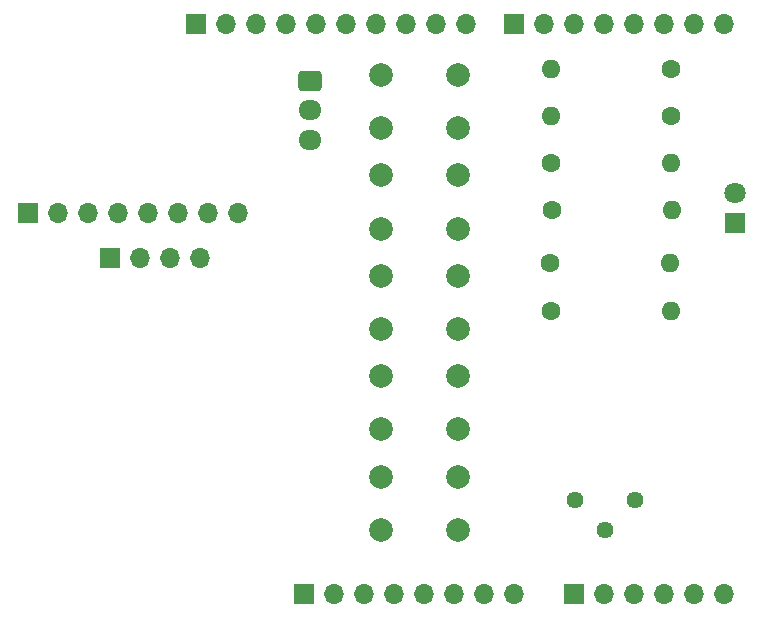
<source format=gbr>
%TF.GenerationSoftware,KiCad,Pcbnew,8.0.8*%
%TF.CreationDate,2025-02-03T17:03:24-07:00*%
%TF.ProjectId,Uno_Shield_ThermoPro,556e6f5f-5368-4696-956c-645f54686572,rev?*%
%TF.SameCoordinates,Original*%
%TF.FileFunction,Soldermask,Bot*%
%TF.FilePolarity,Negative*%
%FSLAX46Y46*%
G04 Gerber Fmt 4.6, Leading zero omitted, Abs format (unit mm)*
G04 Created by KiCad (PCBNEW 8.0.8) date 2025-02-03 17:03:24*
%MOMM*%
%LPD*%
G01*
G04 APERTURE LIST*
G04 Aperture macros list*
%AMRoundRect*
0 Rectangle with rounded corners*
0 $1 Rounding radius*
0 $2 $3 $4 $5 $6 $7 $8 $9 X,Y pos of 4 corners*
0 Add a 4 corners polygon primitive as box body*
4,1,4,$2,$3,$4,$5,$6,$7,$8,$9,$2,$3,0*
0 Add four circle primitives for the rounded corners*
1,1,$1+$1,$2,$3*
1,1,$1+$1,$4,$5*
1,1,$1+$1,$6,$7*
1,1,$1+$1,$8,$9*
0 Add four rect primitives between the rounded corners*
20,1,$1+$1,$2,$3,$4,$5,0*
20,1,$1+$1,$4,$5,$6,$7,0*
20,1,$1+$1,$6,$7,$8,$9,0*
20,1,$1+$1,$8,$9,$2,$3,0*%
G04 Aperture macros list end*
%ADD10R,1.700000X1.700000*%
%ADD11O,1.700000X1.700000*%
%ADD12C,2.000000*%
%ADD13R,1.800000X1.800000*%
%ADD14C,1.800000*%
%ADD15C,1.600000*%
%ADD16O,1.600000X1.600000*%
%ADD17RoundRect,0.250000X-0.725000X0.600000X-0.725000X-0.600000X0.725000X-0.600000X0.725000X0.600000X0*%
%ADD18O,1.950000X1.700000*%
%ADD19C,1.440000*%
G04 APERTURE END LIST*
D10*
%TO.C,J1*%
X127940000Y-97460000D03*
D11*
X130480000Y-97460000D03*
X133020000Y-97460000D03*
X135560000Y-97460000D03*
X138100000Y-97460000D03*
X140640000Y-97460000D03*
X143180000Y-97460000D03*
X145720000Y-97460000D03*
%TD*%
D10*
%TO.C,J3*%
X150800000Y-97460000D03*
D11*
X153340000Y-97460000D03*
X155880000Y-97460000D03*
X158420000Y-97460000D03*
X160960000Y-97460000D03*
X163500000Y-97460000D03*
%TD*%
D10*
%TO.C,J2*%
X118796000Y-49200000D03*
D11*
X121336000Y-49200000D03*
X123876000Y-49200000D03*
X126416000Y-49200000D03*
X128956000Y-49200000D03*
X131496000Y-49200000D03*
X134036000Y-49200000D03*
X136576000Y-49200000D03*
X139116000Y-49200000D03*
X141656000Y-49200000D03*
%TD*%
D10*
%TO.C,J4*%
X145720000Y-49200000D03*
D11*
X148260000Y-49200000D03*
X150800000Y-49200000D03*
X153340000Y-49200000D03*
X155880000Y-49200000D03*
X158420000Y-49200000D03*
X160960000Y-49200000D03*
X163500000Y-49200000D03*
%TD*%
D12*
%TO.C,SW4*%
X134500000Y-79000000D03*
X141000000Y-79000000D03*
X134500000Y-83500000D03*
X141000000Y-83500000D03*
%TD*%
D13*
%TO.C,D1*%
X164500000Y-66000000D03*
D14*
X164500000Y-63460000D03*
%TD*%
D12*
%TO.C,SW5*%
X134500000Y-87500000D03*
X141000000Y-87500000D03*
X134500000Y-92000000D03*
X141000000Y-92000000D03*
%TD*%
%TO.C,SW2*%
X134500000Y-62000000D03*
X141000000Y-62000000D03*
X134500000Y-66500000D03*
X141000000Y-66500000D03*
%TD*%
D15*
%TO.C,R4*%
X148960000Y-64960000D03*
D16*
X159120000Y-64960000D03*
%TD*%
D15*
%TO.C,R1*%
X159040000Y-52960000D03*
D16*
X148880000Y-52960000D03*
%TD*%
D12*
%TO.C,SW3*%
X134500000Y-70500000D03*
X141000000Y-70500000D03*
X134500000Y-75000000D03*
X141000000Y-75000000D03*
%TD*%
D10*
%TO.C,J6*%
X111550000Y-69010000D03*
D11*
X114090000Y-69010000D03*
X116630000Y-69010000D03*
X119170000Y-69010000D03*
%TD*%
D12*
%TO.C,SW1*%
X134500000Y-53500000D03*
X141000000Y-53500000D03*
X134500000Y-58000000D03*
X141000000Y-58000000D03*
%TD*%
D17*
%TO.C,J7*%
X128500000Y-54000000D03*
D18*
X128500000Y-56500000D03*
X128500000Y-59000000D03*
%TD*%
D15*
%TO.C,R5*%
X148800000Y-69460000D03*
D16*
X158960000Y-69460000D03*
%TD*%
D15*
%TO.C,R2*%
X159040000Y-56960000D03*
D16*
X148880000Y-56960000D03*
%TD*%
D19*
%TO.C,RV1*%
X150960000Y-89460000D03*
X153500000Y-92000000D03*
X156040000Y-89460000D03*
%TD*%
D10*
%TO.C,J5*%
X104630000Y-65180000D03*
D11*
X107170000Y-65180000D03*
X109710000Y-65180000D03*
X112250000Y-65180000D03*
X114790000Y-65180000D03*
X117330000Y-65180000D03*
X119870000Y-65180000D03*
X122410000Y-65180000D03*
%TD*%
D15*
%TO.C,R6*%
X148880000Y-73460000D03*
D16*
X159040000Y-73460000D03*
%TD*%
D15*
%TO.C,R3*%
X148880000Y-60960000D03*
D16*
X159040000Y-60960000D03*
%TD*%
M02*

</source>
